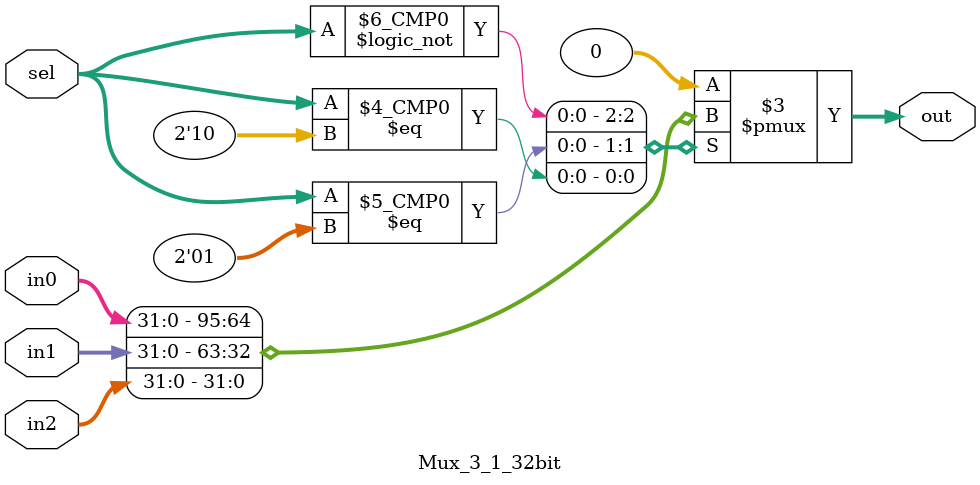
<source format=v>
`timescale 1ns / 1ps

module Mux_3_1_32bit(out, in0, in1, in2, sel);
    parameter size = 32;
    
    input [1:0] sel;
    input [size-1:0] in0, in1, in2;
    output [size-1:0] out;
    
    reg [size-1:0] out;
    
    always@(*)
    begin
        case (sel)
            2'b00: out = in0;
            2'b01: out = in1;
            2'b10: out = in2;
            default out = 0;
        endcase
    end
endmodule

</source>
